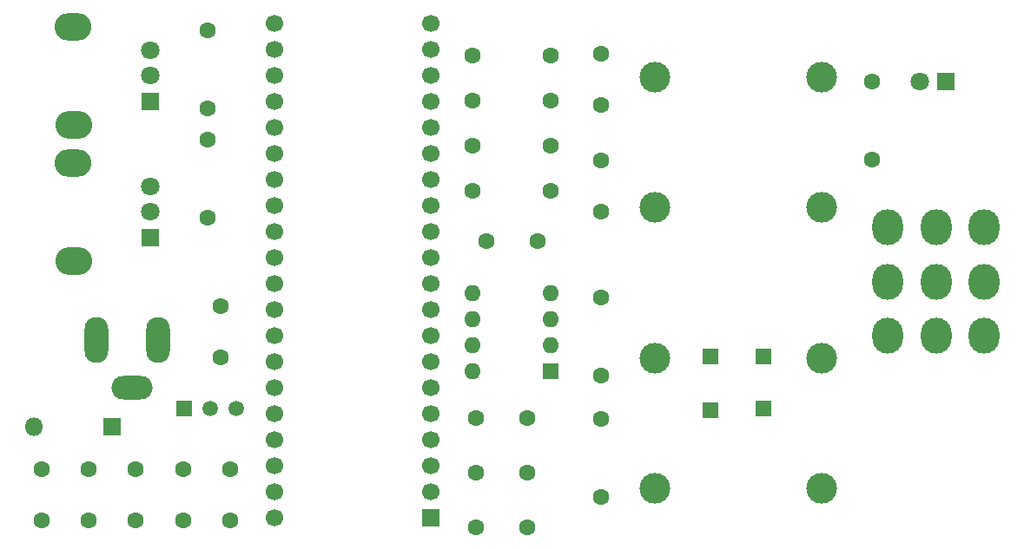
<source format=gbr>
%TF.GenerationSoftware,KiCad,Pcbnew,9.0.5*%
%TF.CreationDate,2025-10-30T20:13:30-05:00*%
%TF.ProjectId,wah,7761682e-6b69-4636-9164-5f7063625858,0.2*%
%TF.SameCoordinates,Original*%
%TF.FileFunction,Soldermask,Top*%
%TF.FilePolarity,Negative*%
%FSLAX46Y46*%
G04 Gerber Fmt 4.6, Leading zero omitted, Abs format (unit mm)*
G04 Created by KiCad (PCBNEW 9.0.5) date 2025-10-30 20:13:30*
%MOMM*%
%LPD*%
G01*
G04 APERTURE LIST*
%ADD10R,1.800000X1.800000*%
%ADD11O,1.800000X1.800000*%
%ADD12C,1.600000*%
%ADD13O,3.580000X2.720000*%
%ADD14O,3.580000X2.696000*%
%ADD15C,1.800000*%
%ADD16R,1.500000X1.500000*%
%ADD17C,1.500000*%
%ADD18C,3.000000*%
%ADD19O,2.300000X4.500000*%
%ADD20O,4.000000X2.300000*%
%ADD21O,3.000000X3.500000*%
%ADD22R,1.600000X1.600000*%
%ADD23O,1.600000X1.600000*%
%ADD24R,1.700000X1.700000*%
%ADD25C,1.700000*%
G04 APERTURE END LIST*
D10*
%TO.C,D1*%
X76800000Y-97735000D03*
D11*
X69180000Y-97735000D03*
%TD*%
D12*
%TO.C,C11*%
X117300000Y-102285000D03*
X112300000Y-102285000D03*
%TD*%
D13*
%TO.C,RV2*%
X73062000Y-68296600D03*
D14*
X73050000Y-58708600D03*
D10*
X80562000Y-65996600D03*
D15*
X80562000Y-63496600D03*
X80562000Y-60996600D03*
%TD*%
D12*
%TO.C,C6*%
X113300000Y-79635000D03*
X118300000Y-79635000D03*
%TD*%
D16*
%TO.C,GND1*%
X140300000Y-90935000D03*
%TD*%
D12*
%TO.C,R6*%
X86100000Y-59075000D03*
X86100000Y-66695000D03*
%TD*%
D16*
%TO.C,U2*%
X83860000Y-95995000D03*
D17*
X86400000Y-95995000D03*
X88940000Y-95995000D03*
%TD*%
D18*
%TO.C,J3*%
X129737381Y-63655600D03*
X145967381Y-63655600D03*
X129737381Y-76355600D03*
X145967381Y-76355600D03*
%TD*%
D12*
%TO.C,C5*%
X88300000Y-101935000D03*
X88300000Y-106935000D03*
%TD*%
%TO.C,R2*%
X111990000Y-61511800D03*
X119610000Y-61511800D03*
%TD*%
D19*
%TO.C,J1*%
X81270000Y-89275000D03*
X75270000Y-89275000D03*
D20*
X78770000Y-93925000D03*
%TD*%
D13*
%TO.C,RV1*%
X73062000Y-81617000D03*
D14*
X73050000Y-72029000D03*
D10*
X80562000Y-79317000D03*
D15*
X80562000Y-76817000D03*
X80562000Y-74317000D03*
%TD*%
D12*
%TO.C,C8*%
X79150000Y-101935000D03*
X79150000Y-106935000D03*
%TD*%
%TO.C,R7*%
X124500000Y-104635000D03*
X124500000Y-97015000D03*
%TD*%
%TO.C,R1*%
X111990000Y-65919533D03*
X119610000Y-65919533D03*
%TD*%
%TO.C,R9*%
X150900000Y-71655000D03*
X150900000Y-64035000D03*
%TD*%
%TO.C,R5*%
X86100000Y-77355000D03*
X86100000Y-69735000D03*
%TD*%
D10*
%TO.C,D2*%
X158085000Y-64035000D03*
D15*
X155545000Y-64035000D03*
%TD*%
D12*
%TO.C,C10*%
X87400000Y-86035000D03*
X87400000Y-91035000D03*
%TD*%
%TO.C,C4*%
X83725000Y-101935000D03*
X83725000Y-106935000D03*
%TD*%
D21*
%TO.C,SW1*%
X152450000Y-88915000D03*
X157150000Y-88915000D03*
X161850000Y-88915000D03*
X152450000Y-83615000D03*
X157150000Y-83615000D03*
X161850000Y-83615000D03*
X152450000Y-78315000D03*
X157150000Y-78315000D03*
X161850000Y-78315000D03*
%TD*%
D18*
%TO.C,J2*%
X145967381Y-103810000D03*
X129737381Y-103810000D03*
X145967381Y-91110000D03*
X129737381Y-91110000D03*
%TD*%
D12*
%TO.C,R3*%
X119610000Y-74735000D03*
X111990000Y-74735000D03*
%TD*%
%TO.C,C7*%
X74575000Y-101935000D03*
X74575000Y-106935000D03*
%TD*%
%TO.C,C3*%
X70000000Y-101935000D03*
X70000000Y-106935000D03*
%TD*%
%TO.C,R8*%
X124500000Y-85135000D03*
X124500000Y-92755000D03*
%TD*%
%TO.C,C1*%
X124500000Y-71778600D03*
X124500000Y-76778600D03*
%TD*%
%TO.C,C2*%
X124500000Y-66335000D03*
X124500000Y-61335000D03*
%TD*%
D22*
%TO.C,U1*%
X119600000Y-92355000D03*
D23*
X119600000Y-89815000D03*
X119600000Y-87275000D03*
X119600000Y-84735000D03*
X111980000Y-84735000D03*
X111980000Y-87275000D03*
X111980000Y-89815000D03*
X111980000Y-92355000D03*
%TD*%
D12*
%TO.C,C9*%
X117300000Y-107635000D03*
X112300000Y-107635000D03*
%TD*%
%TO.C,R4*%
X111990000Y-70327267D03*
X119610000Y-70327267D03*
%TD*%
D24*
%TO.C,A1*%
X107867000Y-106676600D03*
D25*
X107867000Y-104136600D03*
X107867000Y-101596600D03*
X107867000Y-99056600D03*
X107867000Y-96516600D03*
X107867000Y-93976600D03*
X107867000Y-91436600D03*
X107867000Y-88896600D03*
X107867000Y-86356600D03*
X107867000Y-83816600D03*
X107867000Y-81276600D03*
X107867000Y-78736600D03*
X107867000Y-76196600D03*
X107867000Y-73656600D03*
X107867000Y-71116600D03*
X107867000Y-68576600D03*
X107867000Y-66036600D03*
X107867000Y-63496600D03*
X107867000Y-60956600D03*
X107867000Y-58416600D03*
X92627000Y-58416600D03*
X92627000Y-60956600D03*
X92627000Y-63496600D03*
X92627000Y-66036600D03*
X92627000Y-68576600D03*
X92627000Y-71116600D03*
X92627000Y-73656600D03*
X92627000Y-76196600D03*
X92627000Y-78736600D03*
X92627000Y-81276600D03*
X92627000Y-83816600D03*
X92627000Y-86356600D03*
X92627000Y-88896600D03*
X92627000Y-91436600D03*
X92627000Y-93976600D03*
X92627000Y-96516600D03*
X92627000Y-99056600D03*
X92627000Y-101596600D03*
X92627000Y-104136600D03*
X92627000Y-106676600D03*
%TD*%
D16*
%TO.C,TP_IN1*%
X135200000Y-96135000D03*
%TD*%
D12*
%TO.C,C12*%
X117300000Y-96935000D03*
X112300000Y-96935000D03*
%TD*%
D16*
%TO.C,GND2*%
X140300000Y-96035000D03*
%TD*%
%TO.C,TP_OUT1*%
X135200000Y-90935000D03*
%TD*%
M02*

</source>
